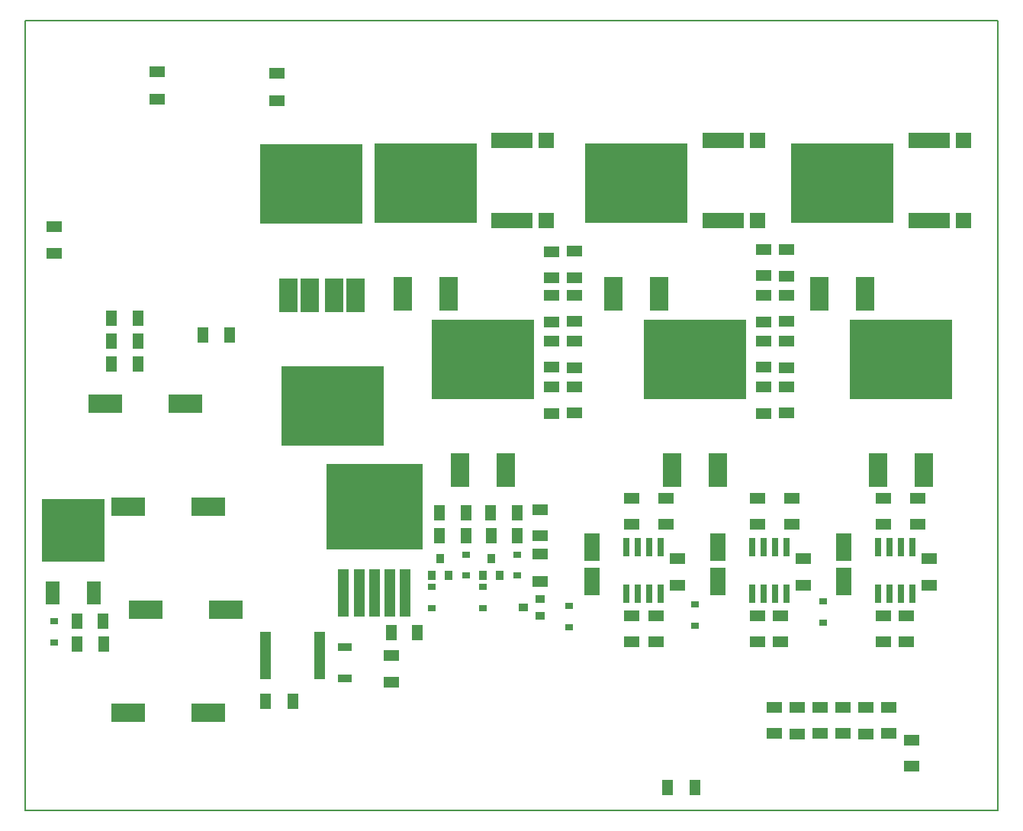
<source format=gbr>
G04 PROTEUS GERBER X2 FILE*
%TF.GenerationSoftware,Labcenter,Proteus,8.7-SP3-Build25561*%
%TF.CreationDate,2021-07-01T20:15:02+00:00*%
%TF.FileFunction,Paste,Top*%
%TF.FilePolarity,Positive*%
%TF.Part,Single*%
%TF.SameCoordinates,{0ff4b75a-929f-468c-805a-ac40d57636d7}*%
%FSLAX45Y45*%
%MOMM*%
G01*
%TA.AperFunction,Material*%
%ADD89R,4.572000X1.651000*%
%ADD90R,1.651000X1.651000*%
%TA.AperFunction,Material*%
%ADD91R,3.810000X2.032000*%
%TA.AperFunction,Material*%
%ADD92R,6.985000X6.985000*%
%ADD93R,1.524000X2.540000*%
%TA.AperFunction,Material*%
%ADD94R,0.889000X0.635000*%
%ADD95R,1.143000X1.803400*%
%TA.AperFunction,Material*%
%ADD96R,1.143000X5.207000*%
%ADD97R,10.744200X9.550400*%
%TA.AperFunction,Material*%
%ADD98R,1.193800X5.308600*%
%ADD99R,1.524000X0.889000*%
%ADD100R,1.803400X1.143000*%
%TA.AperFunction,Material*%
%ADD101R,0.635000X2.032000*%
%TA.AperFunction,Material*%
%ADD102R,1.651000X3.048000*%
%TA.AperFunction,Material*%
%ADD103R,0.889000X1.016000*%
%ADD104R,1.016000X0.889000*%
%ADD105R,11.430000X8.890000*%
%ADD106R,2.032000X3.810000*%
%TA.AperFunction,Profile*%
%ADD39C,0.203200*%
%TD.AperFunction*%
D89*
X+6667500Y+1016000D03*
X+6667500Y+127000D03*
D90*
X+7048500Y+127000D03*
X+7048500Y+1016000D03*
D89*
X+8953500Y+1016000D03*
X+8953500Y+127000D03*
D90*
X+9334500Y+127000D03*
X+9334500Y+1016000D03*
D89*
X+4318000Y+1016000D03*
X+4318000Y+127000D03*
D90*
X+4699000Y+127000D03*
X+4699000Y+1016000D03*
D91*
X+952500Y-3048000D03*
X+63500Y-3048000D03*
X+698500Y-1905000D03*
X-190500Y-1905000D03*
D92*
X-546100Y-3309620D03*
D93*
X-774700Y-4000500D03*
X-317500Y-4000500D03*
D94*
X-762000Y-4553000D03*
X-762000Y-4318050D03*
D95*
X-508000Y-4318000D03*
X-218000Y-4318000D03*
D91*
X+254000Y-4191000D03*
X+1143000Y-4191000D03*
D96*
X+2453640Y-4000500D03*
X+2623820Y-4000500D03*
X+2794000Y-4000500D03*
X+2964180Y-4000500D03*
X+3134360Y-4000500D03*
D97*
X+2794000Y-3048000D03*
D98*
X+2187500Y-4699000D03*
X+1587500Y-4699000D03*
D99*
X+2469837Y-4946337D03*
X+2469837Y-4606337D03*
D95*
X-508000Y-4572000D03*
X-208000Y-4572000D03*
D100*
X+2984500Y-4699000D03*
X+2984500Y-4989000D03*
D95*
X+3274500Y-4445000D03*
X+2984500Y-4445000D03*
X+173000Y-1460500D03*
X-127000Y-1460500D03*
X+173000Y-952500D03*
X-127000Y-952500D03*
X+173000Y-1206500D03*
X-127000Y-1206500D03*
D100*
X+381000Y+1778000D03*
X+381000Y+1478000D03*
X+1714500Y+1760500D03*
X+1714500Y+1460500D03*
D95*
X+889000Y-1143000D03*
X+1189000Y-1143000D03*
X+1887500Y-5207000D03*
X+1587500Y-5207000D03*
D100*
X+6032500Y-2948500D03*
X+6032500Y-3238500D03*
X+5651500Y-2948500D03*
X+5651500Y-3238500D03*
D101*
X+5588000Y-4013200D03*
X+5715000Y-4013200D03*
X+5842000Y-4013200D03*
X+5969000Y-4013200D03*
X+5969000Y-3492500D03*
X+5842000Y-3492500D03*
X+5715000Y-3492500D03*
X+5588000Y-3492500D03*
X+6985000Y-4013200D03*
X+7112000Y-4013200D03*
X+7239000Y-4013200D03*
X+7366000Y-4013200D03*
X+7366000Y-3492500D03*
X+7239000Y-3492500D03*
X+7112000Y-3492500D03*
X+6985000Y-3492500D03*
X+8382000Y-4013200D03*
X+8509000Y-4013200D03*
X+8636000Y-4013200D03*
X+8763000Y-4013200D03*
X+8763000Y-3492500D03*
X+8636000Y-3492500D03*
X+8509000Y-3492500D03*
X+8382000Y-3492500D03*
D100*
X+7048500Y-2948500D03*
X+7048500Y-3238500D03*
D102*
X+5207000Y-3492500D03*
X+5207000Y-3873500D03*
X+6604000Y-3492500D03*
X+6604000Y-3873500D03*
X+8001000Y-3492500D03*
X+8001000Y-3873500D03*
D94*
X+4953000Y-4381500D03*
X+4953000Y-4146550D03*
X+6350000Y-4362450D03*
X+6350000Y-4127500D03*
X+7778750Y-4330700D03*
X+7778750Y-4095750D03*
D100*
X+6159500Y-3619500D03*
X+6159500Y-3919500D03*
X+7556500Y-3619500D03*
X+7556500Y-3919500D03*
X+8953500Y-3619500D03*
X+8953500Y-3919500D03*
X+7429500Y-2948500D03*
X+7429500Y-3238500D03*
X+8445500Y-2948500D03*
X+8445500Y-3238500D03*
X+8826500Y-2948500D03*
X+8826500Y-3238500D03*
X+5651500Y-4544500D03*
X+5651500Y-4254500D03*
X+5923000Y-4544500D03*
X+5923000Y-4254500D03*
X+7048500Y-4544500D03*
X+7048500Y-4254500D03*
X+5016500Y-698500D03*
X+5016500Y-988500D03*
X+4762500Y-218000D03*
X+4762500Y-508000D03*
X+5016500Y-1714500D03*
X+5016500Y-2004500D03*
X+4762500Y-1206500D03*
X+4762500Y-1496500D03*
X+5016500Y-208000D03*
X+5016500Y-508000D03*
X+4762500Y-698500D03*
X+4762500Y-998500D03*
X+5016500Y-1206500D03*
X+5016500Y-1506500D03*
X+4762500Y-1714500D03*
X+4762500Y-2014500D03*
X+7366000Y-190500D03*
X+7366000Y-490500D03*
X+7112000Y-698500D03*
X+7112000Y-998500D03*
X+7366000Y-1206500D03*
X+7366000Y-1506500D03*
X+7112000Y-1714500D03*
X+7112000Y-2014500D03*
X+7366000Y-698500D03*
X+7366000Y-988500D03*
X+7112000Y-190500D03*
X+7112000Y-480500D03*
X+7366000Y-1714500D03*
X+7366000Y-2004500D03*
X+7112000Y-1206500D03*
X+7112000Y-1496500D03*
D103*
X+3522980Y-3619500D03*
X+3429000Y-3810000D03*
X+3616960Y-3810000D03*
X+4094480Y-3619500D03*
X+4000500Y-3810000D03*
X+4188460Y-3810000D03*
D104*
X+4445000Y-4160520D03*
X+4635500Y-4254500D03*
X+4635500Y-4066540D03*
D94*
X+3810000Y-3575050D03*
X+3810000Y-3810000D03*
X+3429000Y-3937000D03*
X+3429000Y-4171950D03*
X+4381500Y-3575050D03*
X+4381500Y-3810000D03*
X+4000500Y-3937000D03*
X+4000500Y-4171950D03*
D95*
X+3520000Y-3365500D03*
X+3810000Y-3365500D03*
X+3520000Y-3111500D03*
X+3810000Y-3111500D03*
X+4381500Y-3365500D03*
X+4091500Y-3365500D03*
D100*
X+4635500Y-3075500D03*
X+4635500Y-3365500D03*
X+4635500Y-3873500D03*
X+4635500Y-3573500D03*
D95*
X+4381500Y-3111500D03*
X+4081500Y-3111500D03*
D100*
X+8699500Y-4544500D03*
X+8699500Y-4254500D03*
D91*
X+63500Y-5334000D03*
X+952500Y-5334000D03*
D95*
X+6350000Y-6159500D03*
X+6050000Y-6159500D03*
D100*
X+8245500Y-5570500D03*
X+8245500Y-5270500D03*
X+7483500Y-5570499D03*
X+7483500Y-5270500D03*
X-762000Y+63500D03*
X-762000Y-236500D03*
X+7302500Y-4544500D03*
X+7302500Y-4254500D03*
X+8445500Y-4544500D03*
X+8445500Y-4254500D03*
X+8753500Y-5635301D03*
X+8753500Y-5925301D03*
X+7991500Y-5270500D03*
X+7991500Y-5560500D03*
X+7737500Y-5270500D03*
X+7737500Y-5560500D03*
X+8499500Y-5270500D03*
X+8499500Y-5560500D03*
X+7229500Y-5270500D03*
X+7229500Y-5560500D03*
D105*
X+2332465Y-1930400D03*
D106*
X+2586465Y-698500D03*
X+2078465Y-698500D03*
D105*
X+2095500Y+533400D03*
D106*
X+1841500Y-698500D03*
X+2349500Y-698500D03*
D105*
X+3365500Y+546100D03*
D106*
X+3111500Y-685800D03*
X+3619500Y-685800D03*
D105*
X+4000500Y-1409700D03*
D106*
X+3746500Y-2641600D03*
X+4254500Y-2641600D03*
D105*
X+5702300Y+546100D03*
D106*
X+5448300Y-685800D03*
X+5956300Y-685800D03*
D105*
X+6350000Y-1409700D03*
D106*
X+6096000Y-2641600D03*
X+6604000Y-2641600D03*
D105*
X+7988300Y+546100D03*
D106*
X+7734300Y-685800D03*
X+8242300Y-685800D03*
D105*
X+8636000Y-1409700D03*
D106*
X+8382000Y-2641600D03*
X+8890000Y-2641600D03*
D39*
X-1079500Y-6413500D02*
X+9715500Y-6413500D01*
X+9715500Y+2349500D01*
X-1079500Y+2349500D01*
X-1079500Y-6413500D01*
M02*

</source>
